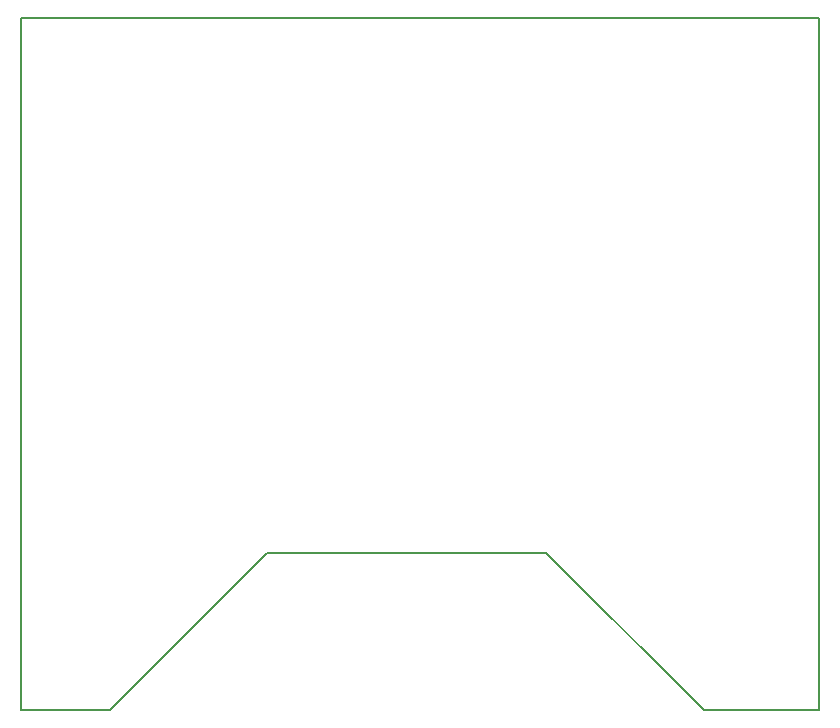
<source format=gbr>
G04 #@! TF.FileFunction,Profile,NP*
%FSLAX46Y46*%
G04 Gerber Fmt 4.6, Leading zero omitted, Abs format (unit mm)*
G04 Created by KiCad (PCBNEW 4.0.7-e2-6376~61~ubuntu18.04.1) date Sun Sep 22 13:03:15 2019*
%MOMM*%
%LPD*%
G01*
G04 APERTURE LIST*
%ADD10C,0.100000*%
%ADD11C,0.150000*%
G04 APERTURE END LIST*
D10*
D11*
X45059600Y-89916000D02*
X45059600Y-31343600D01*
X52578000Y-89916000D02*
X45059600Y-89916000D01*
X65887600Y-76606400D02*
X52578000Y-89916000D01*
X89560400Y-76606400D02*
X65887600Y-76606400D01*
X102870000Y-89916000D02*
X89560400Y-76606400D01*
X112623600Y-89916000D02*
X102870000Y-89916000D01*
X112623600Y-31343600D02*
X112623600Y-89916000D01*
X45059600Y-31343600D02*
X112623600Y-31343600D01*
M02*

</source>
